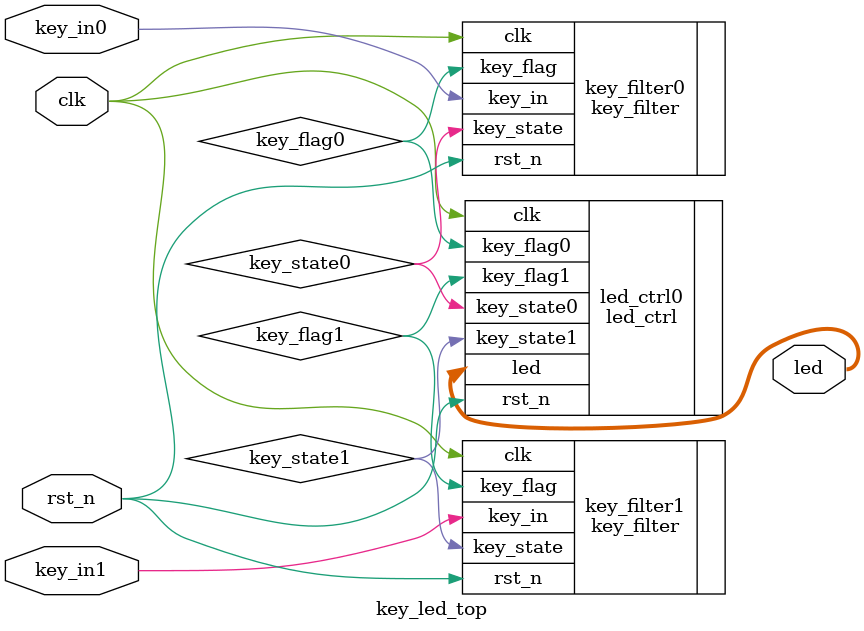
<source format=v>
module key_led_top(
	input clk,
	input rst_n,
	input key_in0,
	input key_in1,
	output [3:0] led
);
	wire key_flag0, key_flag1;
	wire key_state0, key_state1;
	
	key_filter key_filter0(
		.clk(clk),
		.rst_n(rst_n),
		.key_in(key_in0),
		.key_flag(key_flag0),
		.key_state(key_state0)
	);
	key_filter key_filter1(
		.clk(clk),
		.rst_n(rst_n),
		.key_in(key_in1),
		.key_flag(key_flag1),
		.key_state(key_state1)
	);
	
	led_ctrl led_ctrl0(
		.clk(clk),
		.rst_n(rst_n),
		.key_state0(key_state0),
		.key_flag0(key_flag0),
		.key_state1(key_state1),
		.key_flag1(key_flag1),
		.led(led)
	);
	
endmodule
</source>
